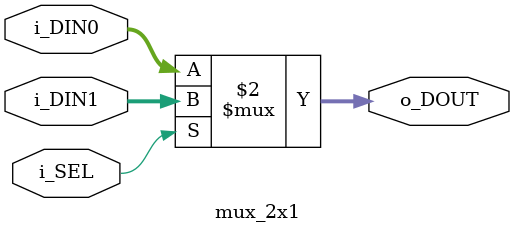
<source format=sv>
/* 
 * File: mux_2x1.sv
 * Author: Rebecca Quintino Do Ó
 * File function: 2x1 multiplexer
 * Created: 24/02/2025
 */

module mux_2x1 #(
    parameter p_WIDTH = 8 // Width of the input/output data (default is 8 bits)
)(
    // Inputs
    input logic [p_WIDTH-1:0] i_DIN0,  // First input data
    input logic [p_WIDTH-1:0] i_DIN1,  // Second input data
    input logic i_SEL,                 // Select signal

    // Outputs
    output logic [p_WIDTH-1:0] o_DOUT  // Output data
);

    // Multiplexer logic
    assign o_DOUT = (i_SEL == 1'b0) ? i_DIN0 : i_DIN1;

endmodule
</source>
